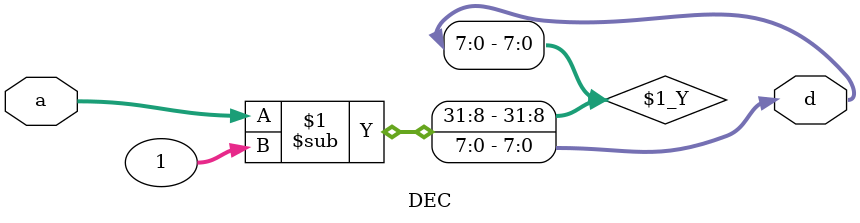
<source format=v>
`timescale 1ns / 1ps
module DEC #(parameter DATAWIDTH = 8) ( a, d);
    input [DATAWIDTH-1:0] a;
    output [DATAWIDTH-1:0] d;
    
    assign d = a-1;
endmodule

</source>
